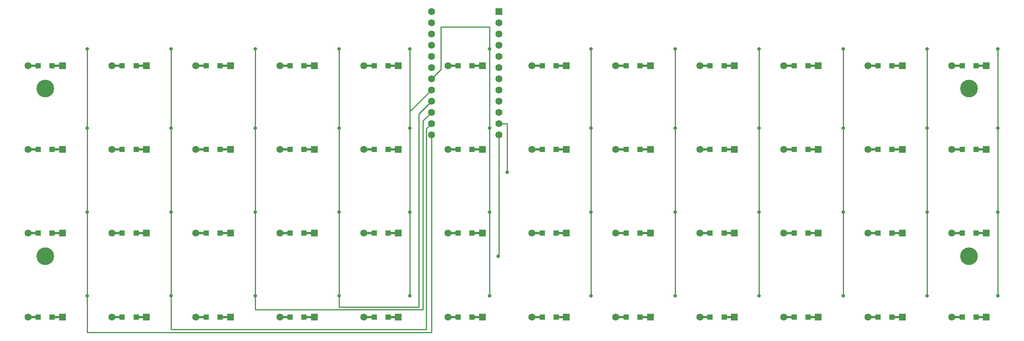
<source format=gbl>
%TF.GenerationSoftware,KiCad,Pcbnew,6.0.3-a3aad9c10e~116~ubuntu21.10.1*%
%TF.CreationDate,2022-04-17T15:15:34+01:00*%
%TF.ProjectId,PCB,5043422e-6b69-4636-9164-5f7063625858,rev?*%
%TF.SameCoordinates,Original*%
%TF.FileFunction,Copper,L2,Bot*%
%TF.FilePolarity,Positive*%
%FSLAX46Y46*%
G04 Gerber Fmt 4.6, Leading zero omitted, Abs format (unit mm)*
G04 Created by KiCad (PCBNEW 6.0.3-a3aad9c10e~116~ubuntu21.10.1) date 2022-04-17 15:15:34*
%MOMM*%
%LPD*%
G01*
G04 APERTURE LIST*
%TA.AperFunction,ComponentPad*%
%ADD10C,4.000000*%
%TD*%
%TA.AperFunction,ComponentPad*%
%ADD11R,1.600000X1.600000*%
%TD*%
%TA.AperFunction,ComponentPad*%
%ADD12C,1.600000*%
%TD*%
%TA.AperFunction,SMDPad,CuDef*%
%ADD13R,2.500000X0.500000*%
%TD*%
%TA.AperFunction,SMDPad,CuDef*%
%ADD14R,1.200000X1.200000*%
%TD*%
%TA.AperFunction,ViaPad*%
%ADD15C,0.800000*%
%TD*%
%TA.AperFunction,Conductor*%
%ADD16C,0.250000*%
%TD*%
G04 APERTURE END LIST*
D10*
%TO.P,HOLE_M3,1*%
%TO.N,N/C*%
X255020000Y-80440000D03*
%TD*%
%TO.P,HOLE_M3,1*%
%TO.N,N/C*%
X46020000Y-118440000D03*
%TD*%
%TO.P,HOLE_M3,1*%
%TO.N,N/C*%
X46020000Y-80440000D03*
%TD*%
%TO.P,HOLE_M3,1*%
%TO.N,N/C*%
X255020000Y-118440000D03*
%TD*%
D11*
%TO.P,Pro-Micro1,1,TX*%
%TO.N,unconnected-(Pro-Micro1-Pad1)*%
X148640000Y-62975000D03*
D12*
%TO.P,Pro-Micro1,2,RX*%
%TO.N,unconnected-(Pro-Micro1-Pad2)*%
X148640000Y-65515000D03*
%TO.P,Pro-Micro1,3,GND*%
%TO.N,unconnected-(Pro-Micro1-Pad3)*%
X148640000Y-68055000D03*
%TO.P,Pro-Micro1,4,GND*%
%TO.N,unconnected-(Pro-Micro1-Pad4)*%
X148640000Y-70595000D03*
%TO.P,Pro-Micro1,5,SDA*%
%TO.N,/col12*%
X148640000Y-73135000D03*
%TO.P,Pro-Micro1,6,SCL*%
%TO.N,/col11*%
X148640000Y-75675000D03*
%TO.P,Pro-Micro1,7,D4*%
%TO.N,/col10*%
X148640000Y-78215000D03*
%TO.P,Pro-Micro1,8,C6*%
%TO.N,/col9*%
X148640000Y-80755000D03*
%TO.P,Pro-Micro1,9,D7*%
%TO.N,/col8*%
X148640000Y-83295000D03*
%TO.P,Pro-Micro1,10,E6*%
%TO.N,/col7*%
X148640000Y-85835000D03*
%TO.P,Pro-Micro1,11,B4*%
%TO.N,/row3*%
X148640000Y-88375000D03*
%TO.P,Pro-Micro1,12,B5*%
%TO.N,/row4*%
X148640000Y-90915000D03*
%TO.P,Pro-Micro1,13,B6*%
%TO.N,/col1*%
X133400000Y-90915000D03*
%TO.P,Pro-Micro1,14,B2*%
%TO.N,/col2*%
X133400000Y-88375000D03*
%TO.P,Pro-Micro1,15,B3*%
%TO.N,/col3*%
X133400000Y-85835000D03*
%TO.P,Pro-Micro1,16,B1*%
%TO.N,/col4*%
X133400000Y-83295000D03*
%TO.P,Pro-Micro1,17,F7*%
%TO.N,/col5*%
X133400000Y-80755000D03*
%TO.P,Pro-Micro1,18,F6*%
%TO.N,/col6*%
X133400000Y-78215000D03*
%TO.P,Pro-Micro1,19,F5*%
%TO.N,/row2*%
X133400000Y-75675000D03*
%TO.P,Pro-Micro1,20,F4*%
%TO.N,/row1*%
X133400000Y-73135000D03*
%TO.P,Pro-Micro1,21,VCC*%
%TO.N,unconnected-(Pro-Micro1-Pad21)*%
X133400000Y-70595000D03*
%TO.P,Pro-Micro1,22,RST*%
%TO.N,unconnected-(Pro-Micro1-Pad22)*%
X133400000Y-68055000D03*
%TO.P,Pro-Micro1,23,GND*%
%TO.N,unconnected-(Pro-Micro1-Pad23)*%
X133400000Y-65515000D03*
%TO.P,Pro-Micro1,24,RAW*%
%TO.N,unconnected-(Pro-Micro1-Pad24)*%
X133400000Y-62975000D03*
%TD*%
D11*
%TO.P,D39,1*%
%TO.N,/row4*%
X87920000Y-132240000D03*
D13*
X86720000Y-132240000D03*
D14*
X85595000Y-132240000D03*
%TO.P,D39,2*%
%TO.N,Net-(D39-Pad2)*%
X82445000Y-132240000D03*
D12*
X80120000Y-132240000D03*
D13*
X81320000Y-132240000D03*
%TD*%
D14*
%TO.P,D26,1*%
%TO.N,/row3*%
X66595000Y-113240000D03*
D11*
X68920000Y-113240000D03*
D13*
X67720000Y-113240000D03*
D14*
%TO.P,D26,2*%
%TO.N,Net-(D26-Pad2)*%
X63445000Y-113240000D03*
D13*
X62320000Y-113240000D03*
D12*
X61120000Y-113240000D03*
%TD*%
D13*
%TO.P,D11,1*%
%TO.N,/row1*%
X238720000Y-75240000D03*
D11*
X239920000Y-75240000D03*
D14*
X237595000Y-75240000D03*
D12*
%TO.P,D11,2*%
%TO.N,Net-(D11-Pad2)*%
X232120000Y-75240000D03*
D14*
X234445000Y-75240000D03*
D13*
X233320000Y-75240000D03*
%TD*%
D11*
%TO.P,D18,1*%
%TO.N,/row2*%
X144920000Y-94240000D03*
D14*
X142595000Y-94240000D03*
D13*
X143720000Y-94240000D03*
%TO.P,D18,2*%
%TO.N,Net-(D18-Pad2)*%
X138320000Y-94240000D03*
D12*
X137120000Y-94240000D03*
D14*
X139445000Y-94240000D03*
%TD*%
%TO.P,D10,1*%
%TO.N,/row1*%
X218595000Y-75240000D03*
D11*
X220920000Y-75240000D03*
D13*
X219720000Y-75240000D03*
D14*
%TO.P,D10,2*%
%TO.N,Net-(D10-Pad2)*%
X215445000Y-75240000D03*
D13*
X214320000Y-75240000D03*
D12*
X213120000Y-75240000D03*
%TD*%
D14*
%TO.P,D23,1*%
%TO.N,/row2*%
X237595000Y-94240000D03*
D13*
X238720000Y-94240000D03*
D11*
X239920000Y-94240000D03*
D12*
%TO.P,D23,2*%
%TO.N,Net-(D23-Pad2)*%
X232120000Y-94240000D03*
D13*
X233320000Y-94240000D03*
D14*
X234445000Y-94240000D03*
%TD*%
%TO.P,D28,1*%
%TO.N,/row3*%
X104595000Y-113240000D03*
D13*
X105720000Y-113240000D03*
D11*
X106920000Y-113240000D03*
D12*
%TO.P,D28,2*%
%TO.N,Net-(D28-Pad2)*%
X99120000Y-113240000D03*
D13*
X100320000Y-113240000D03*
D14*
X101445000Y-113240000D03*
%TD*%
%TO.P,D7,1*%
%TO.N,/row1*%
X161595000Y-75240000D03*
D13*
X162720000Y-75240000D03*
D11*
X163920000Y-75240000D03*
D12*
%TO.P,D7,2*%
%TO.N,Net-(D7-Pad2)*%
X156120000Y-75240000D03*
D14*
X158445000Y-75240000D03*
D13*
X157320000Y-75240000D03*
%TD*%
D11*
%TO.P,D37,1*%
%TO.N,/row4*%
X49920000Y-132240000D03*
D13*
X48720000Y-132240000D03*
D14*
X47595000Y-132240000D03*
D13*
%TO.P,D37,2*%
%TO.N,Net-(D37-Pad2)*%
X43320000Y-132240000D03*
D14*
X44445000Y-132240000D03*
D12*
X42120000Y-132240000D03*
%TD*%
D14*
%TO.P,D1,1*%
%TO.N,/row1*%
X47595000Y-75240000D03*
D13*
X48720000Y-75240000D03*
D11*
X49920000Y-75240000D03*
D12*
%TO.P,D1,2*%
%TO.N,Net-(D1-Pad2)*%
X42120000Y-75240000D03*
D14*
X44445000Y-75240000D03*
D13*
X43320000Y-75240000D03*
%TD*%
%TO.P,D48,1*%
%TO.N,/row4*%
X257720000Y-132240000D03*
D11*
X258920000Y-132240000D03*
D14*
X256595000Y-132240000D03*
D12*
%TO.P,D48,2*%
%TO.N,Net-(D48-Pad2)*%
X251120000Y-132240000D03*
D13*
X252320000Y-132240000D03*
D14*
X253445000Y-132240000D03*
%TD*%
D13*
%TO.P,D47,1*%
%TO.N,/row4*%
X238720000Y-132240000D03*
D11*
X239920000Y-132240000D03*
D14*
X237595000Y-132240000D03*
D13*
%TO.P,D47,2*%
%TO.N,Net-(D47-Pad2)*%
X233320000Y-132240000D03*
D14*
X234445000Y-132240000D03*
D12*
X232120000Y-132240000D03*
%TD*%
D14*
%TO.P,D21,1*%
%TO.N,/row2*%
X199595000Y-94240000D03*
D11*
X201920000Y-94240000D03*
D13*
X200720000Y-94240000D03*
D12*
%TO.P,D21,2*%
%TO.N,Net-(D21-Pad2)*%
X194120000Y-94240000D03*
D13*
X195320000Y-94240000D03*
D14*
X196445000Y-94240000D03*
%TD*%
D11*
%TO.P,D6,1*%
%TO.N,/row1*%
X144920000Y-75240000D03*
D13*
X143720000Y-75240000D03*
D14*
X142595000Y-75240000D03*
%TO.P,D6,2*%
%TO.N,Net-(D6-Pad2)*%
X139445000Y-75240000D03*
D12*
X137120000Y-75240000D03*
D13*
X138320000Y-75240000D03*
%TD*%
D11*
%TO.P,D31,1*%
%TO.N,/row3*%
X163920000Y-113240000D03*
D13*
X162720000Y-113240000D03*
D14*
X161595000Y-113240000D03*
%TO.P,D31,2*%
%TO.N,Net-(D31-Pad2)*%
X158445000Y-113240000D03*
D12*
X156120000Y-113240000D03*
D13*
X157320000Y-113240000D03*
%TD*%
D11*
%TO.P,D4,1*%
%TO.N,/row1*%
X106920000Y-75240000D03*
D14*
X104595000Y-75240000D03*
D13*
X105720000Y-75240000D03*
%TO.P,D4,2*%
%TO.N,Net-(D4-Pad2)*%
X100320000Y-75240000D03*
D14*
X101445000Y-75240000D03*
D12*
X99120000Y-75240000D03*
%TD*%
D13*
%TO.P,D36,1*%
%TO.N,/row3*%
X257720000Y-113240000D03*
D11*
X258920000Y-113240000D03*
D14*
X256595000Y-113240000D03*
D13*
%TO.P,D36,2*%
%TO.N,Net-(D36-Pad2)*%
X252320000Y-113240000D03*
D12*
X251120000Y-113240000D03*
D14*
X253445000Y-113240000D03*
%TD*%
D11*
%TO.P,D14,1*%
%TO.N,/row2*%
X68920000Y-94240000D03*
D13*
X67720000Y-94240000D03*
D14*
X66595000Y-94240000D03*
%TO.P,D14,2*%
%TO.N,Net-(D14-Pad2)*%
X63445000Y-94240000D03*
D13*
X62320000Y-94240000D03*
D12*
X61120000Y-94240000D03*
%TD*%
D13*
%TO.P,D29,1*%
%TO.N,/row3*%
X124720000Y-113240000D03*
D11*
X125920000Y-113240000D03*
D14*
X123595000Y-113240000D03*
D13*
%TO.P,D29,2*%
%TO.N,Net-(D29-Pad2)*%
X119320000Y-113240000D03*
D12*
X118120000Y-113240000D03*
D14*
X120445000Y-113240000D03*
%TD*%
D11*
%TO.P,D42,1*%
%TO.N,/row4*%
X144920000Y-132240000D03*
D13*
X143720000Y-132240000D03*
D14*
X142595000Y-132240000D03*
D12*
%TO.P,D42,2*%
%TO.N,Net-(D42-Pad2)*%
X137120000Y-132240000D03*
D13*
X138320000Y-132240000D03*
D14*
X139445000Y-132240000D03*
%TD*%
%TO.P,D41,1*%
%TO.N,/row4*%
X123595000Y-132240000D03*
D11*
X125920000Y-132240000D03*
D13*
X124720000Y-132240000D03*
%TO.P,D41,2*%
%TO.N,Net-(D41-Pad2)*%
X119320000Y-132240000D03*
D12*
X118120000Y-132240000D03*
D14*
X120445000Y-132240000D03*
%TD*%
D11*
%TO.P,D40,1*%
%TO.N,/row4*%
X106920000Y-132240000D03*
D14*
X104595000Y-132240000D03*
D13*
X105720000Y-132240000D03*
D14*
%TO.P,D40,2*%
%TO.N,Net-(D40-Pad2)*%
X101445000Y-132240000D03*
D12*
X99120000Y-132240000D03*
D13*
X100320000Y-132240000D03*
%TD*%
D14*
%TO.P,D8,1*%
%TO.N,/row1*%
X180595000Y-75240000D03*
D11*
X182920000Y-75240000D03*
D13*
X181720000Y-75240000D03*
%TO.P,D8,2*%
%TO.N,Net-(D8-Pad2)*%
X176320000Y-75240000D03*
D14*
X177445000Y-75240000D03*
D12*
X175120000Y-75240000D03*
%TD*%
D14*
%TO.P,D17,1*%
%TO.N,/row2*%
X123595000Y-94240000D03*
D13*
X124720000Y-94240000D03*
D11*
X125920000Y-94240000D03*
D13*
%TO.P,D17,2*%
%TO.N,Net-(D17-Pad2)*%
X119320000Y-94240000D03*
D12*
X118120000Y-94240000D03*
D14*
X120445000Y-94240000D03*
%TD*%
D11*
%TO.P,D2,1*%
%TO.N,/row1*%
X68920000Y-75240000D03*
D14*
X66595000Y-75240000D03*
D13*
X67720000Y-75240000D03*
%TO.P,D2,2*%
%TO.N,Net-(D2-Pad2)*%
X62320000Y-75240000D03*
D14*
X63445000Y-75240000D03*
D12*
X61120000Y-75240000D03*
%TD*%
D13*
%TO.P,D24,1*%
%TO.N,/row2*%
X257720000Y-94240000D03*
D14*
X256595000Y-94240000D03*
D11*
X258920000Y-94240000D03*
D13*
%TO.P,D24,2*%
%TO.N,Net-(D24-Pad2)*%
X252320000Y-94240000D03*
D14*
X253445000Y-94240000D03*
D12*
X251120000Y-94240000D03*
%TD*%
D11*
%TO.P,D9,1*%
%TO.N,/row1*%
X201920000Y-75240000D03*
D13*
X200720000Y-75240000D03*
D14*
X199595000Y-75240000D03*
D12*
%TO.P,D9,2*%
%TO.N,Net-(D9-Pad2)*%
X194120000Y-75240000D03*
D13*
X195320000Y-75240000D03*
D14*
X196445000Y-75240000D03*
%TD*%
D11*
%TO.P,D12,1*%
%TO.N,/row1*%
X258920000Y-75240000D03*
D13*
X257720000Y-75240000D03*
D14*
X256595000Y-75240000D03*
D13*
%TO.P,D12,2*%
%TO.N,Net-(D12-Pad2)*%
X252320000Y-75240000D03*
D14*
X253445000Y-75240000D03*
D12*
X251120000Y-75240000D03*
%TD*%
D14*
%TO.P,D13,1*%
%TO.N,/row2*%
X47595000Y-94240000D03*
D13*
X48720000Y-94240000D03*
D11*
X49920000Y-94240000D03*
D13*
%TO.P,D13,2*%
%TO.N,Net-(D13-Pad2)*%
X43320000Y-94240000D03*
D12*
X42120000Y-94240000D03*
D14*
X44445000Y-94240000D03*
%TD*%
D13*
%TO.P,D5,1*%
%TO.N,/row1*%
X124720000Y-75240000D03*
D14*
X123595000Y-75240000D03*
D11*
X125920000Y-75240000D03*
D12*
%TO.P,D5,2*%
%TO.N,Net-(D5-Pad2)*%
X118120000Y-75240000D03*
D13*
X119320000Y-75240000D03*
D14*
X120445000Y-75240000D03*
%TD*%
%TO.P,D33,1*%
%TO.N,/row3*%
X199595000Y-113240000D03*
D11*
X201920000Y-113240000D03*
D13*
X200720000Y-113240000D03*
D14*
%TO.P,D33,2*%
%TO.N,Net-(D33-Pad2)*%
X196445000Y-113240000D03*
D12*
X194120000Y-113240000D03*
D13*
X195320000Y-113240000D03*
%TD*%
D14*
%TO.P,D30,1*%
%TO.N,/row3*%
X142595000Y-113240000D03*
D11*
X144920000Y-113240000D03*
D13*
X143720000Y-113240000D03*
D14*
%TO.P,D30,2*%
%TO.N,Net-(D30-Pad2)*%
X139445000Y-113240000D03*
D13*
X138320000Y-113240000D03*
D12*
X137120000Y-113240000D03*
%TD*%
D11*
%TO.P,D27,1*%
%TO.N,/row3*%
X87920000Y-113240000D03*
D13*
X86720000Y-113240000D03*
D14*
X85595000Y-113240000D03*
D13*
%TO.P,D27,2*%
%TO.N,Net-(D27-Pad2)*%
X81320000Y-113240000D03*
D14*
X82445000Y-113240000D03*
D12*
X80120000Y-113240000D03*
%TD*%
D14*
%TO.P,D25,1*%
%TO.N,/row3*%
X47595000Y-113240000D03*
D11*
X49920000Y-113240000D03*
D13*
X48720000Y-113240000D03*
D12*
%TO.P,D25,2*%
%TO.N,Net-(D25-Pad2)*%
X42120000Y-113240000D03*
D13*
X43320000Y-113240000D03*
D14*
X44445000Y-113240000D03*
%TD*%
%TO.P,D45,1*%
%TO.N,/row4*%
X199595000Y-132240000D03*
D11*
X201920000Y-132240000D03*
D13*
X200720000Y-132240000D03*
%TO.P,D45,2*%
%TO.N,Net-(D45-Pad2)*%
X195320000Y-132240000D03*
D12*
X194120000Y-132240000D03*
D14*
X196445000Y-132240000D03*
%TD*%
D11*
%TO.P,D20,1*%
%TO.N,/row2*%
X182920000Y-94240000D03*
D14*
X180595000Y-94240000D03*
D13*
X181720000Y-94240000D03*
%TO.P,D20,2*%
%TO.N,Net-(D20-Pad2)*%
X176320000Y-94240000D03*
D14*
X177445000Y-94240000D03*
D12*
X175120000Y-94240000D03*
%TD*%
D13*
%TO.P,D38,1*%
%TO.N,/row4*%
X67720000Y-132240000D03*
D14*
X66595000Y-132240000D03*
D11*
X68920000Y-132240000D03*
D13*
%TO.P,D38,2*%
%TO.N,Net-(D38-Pad2)*%
X62320000Y-132240000D03*
D12*
X61120000Y-132240000D03*
D14*
X63445000Y-132240000D03*
%TD*%
D13*
%TO.P,D43,1*%
%TO.N,/row4*%
X162720000Y-132240000D03*
D11*
X163920000Y-132240000D03*
D14*
X161595000Y-132240000D03*
D13*
%TO.P,D43,2*%
%TO.N,Net-(D43-Pad2)*%
X157320000Y-132240000D03*
D14*
X158445000Y-132240000D03*
D12*
X156120000Y-132240000D03*
%TD*%
D11*
%TO.P,D44,1*%
%TO.N,/row4*%
X182920000Y-132240000D03*
D14*
X180595000Y-132240000D03*
D13*
X181720000Y-132240000D03*
D12*
%TO.P,D44,2*%
%TO.N,Net-(D44-Pad2)*%
X175120000Y-132240000D03*
D13*
X176320000Y-132240000D03*
D14*
X177445000Y-132240000D03*
%TD*%
D11*
%TO.P,D32,1*%
%TO.N,/row3*%
X182920000Y-113240000D03*
D13*
X181720000Y-113240000D03*
D14*
X180595000Y-113240000D03*
%TO.P,D32,2*%
%TO.N,Net-(D32-Pad2)*%
X177445000Y-113240000D03*
D12*
X175120000Y-113240000D03*
D13*
X176320000Y-113240000D03*
%TD*%
D11*
%TO.P,D22,1*%
%TO.N,/row2*%
X220920000Y-94240000D03*
D13*
X219720000Y-94240000D03*
D14*
X218595000Y-94240000D03*
%TO.P,D22,2*%
%TO.N,Net-(D22-Pad2)*%
X215445000Y-94240000D03*
D12*
X213120000Y-94240000D03*
D13*
X214320000Y-94240000D03*
%TD*%
D11*
%TO.P,D3,1*%
%TO.N,/row1*%
X87920000Y-75240000D03*
D13*
X86720000Y-75240000D03*
D14*
X85595000Y-75240000D03*
D12*
%TO.P,D3,2*%
%TO.N,Net-(D3-Pad2)*%
X80120000Y-75240000D03*
D13*
X81320000Y-75240000D03*
D14*
X82445000Y-75240000D03*
%TD*%
%TO.P,D15,1*%
%TO.N,/row2*%
X85595000Y-94240000D03*
D11*
X87920000Y-94240000D03*
D13*
X86720000Y-94240000D03*
D14*
%TO.P,D15,2*%
%TO.N,Net-(D15-Pad2)*%
X82445000Y-94240000D03*
D12*
X80120000Y-94240000D03*
D13*
X81320000Y-94240000D03*
%TD*%
%TO.P,D46,1*%
%TO.N,/row4*%
X219720000Y-132240000D03*
D11*
X220920000Y-132240000D03*
D14*
X218595000Y-132240000D03*
%TO.P,D46,2*%
%TO.N,Net-(D46-Pad2)*%
X215445000Y-132240000D03*
D12*
X213120000Y-132240000D03*
D13*
X214320000Y-132240000D03*
%TD*%
%TO.P,D16,1*%
%TO.N,/row2*%
X105720000Y-94240000D03*
D11*
X106920000Y-94240000D03*
D14*
X104595000Y-94240000D03*
%TO.P,D16,2*%
%TO.N,Net-(D16-Pad2)*%
X101445000Y-94240000D03*
D13*
X100320000Y-94240000D03*
D12*
X99120000Y-94240000D03*
%TD*%
D13*
%TO.P,D35,1*%
%TO.N,/row3*%
X238720000Y-113240000D03*
D14*
X237595000Y-113240000D03*
D11*
X239920000Y-113240000D03*
D13*
%TO.P,D35,2*%
%TO.N,Net-(D35-Pad2)*%
X233320000Y-113240000D03*
D14*
X234445000Y-113240000D03*
D12*
X232120000Y-113240000D03*
%TD*%
D11*
%TO.P,D34,1*%
%TO.N,/row3*%
X220920000Y-113240000D03*
D14*
X218595000Y-113240000D03*
D13*
X219720000Y-113240000D03*
D12*
%TO.P,D34,2*%
%TO.N,Net-(D34-Pad2)*%
X213120000Y-113240000D03*
D13*
X214320000Y-113240000D03*
D14*
X215445000Y-113240000D03*
%TD*%
%TO.P,D19,1*%
%TO.N,/row2*%
X161595000Y-94240000D03*
D13*
X162720000Y-94240000D03*
D11*
X163920000Y-94240000D03*
D13*
%TO.P,D19,2*%
%TO.N,Net-(D19-Pad2)*%
X157320000Y-94240000D03*
D14*
X158445000Y-94240000D03*
D12*
X156120000Y-94240000D03*
%TD*%
D15*
%TO.N,/col1*%
X55520000Y-108440000D03*
X55520000Y-89440000D03*
X55520000Y-71440000D03*
X55520000Y-127440000D03*
%TO.N,/col2*%
X74520000Y-108440000D03*
X74520000Y-127440000D03*
X74520000Y-71440000D03*
X74520000Y-89440000D03*
%TO.N,/col3*%
X93520000Y-89440000D03*
X93520000Y-127440000D03*
X93520000Y-108440000D03*
X93520000Y-71440000D03*
%TO.N,/col4*%
X112520000Y-89440000D03*
X112520000Y-108440000D03*
X112520000Y-71440000D03*
X112520000Y-127440000D03*
%TO.N,/col5*%
X128520000Y-71440000D03*
X128520000Y-89440000D03*
X128520000Y-108440000D03*
X128520000Y-127440000D03*
%TO.N,/col6*%
X146520000Y-71440000D03*
X146520000Y-89440000D03*
X146520000Y-108440000D03*
X146520000Y-127440000D03*
%TO.N,/col7*%
X169520000Y-108440000D03*
X169520000Y-71440000D03*
X169520000Y-127440000D03*
X169520000Y-89440000D03*
%TO.N,/col8*%
X188520000Y-108440000D03*
X188520000Y-127440000D03*
X188520000Y-89440000D03*
X188520000Y-71440000D03*
%TO.N,/row4*%
X148520000Y-118440000D03*
%TO.N,/row3*%
X150520000Y-99440000D03*
%TO.N,/col12*%
X261520000Y-89440000D03*
X261520000Y-127440000D03*
X261520000Y-108440000D03*
X261520000Y-71440000D03*
%TO.N,/col11*%
X245520000Y-71440000D03*
X245520000Y-89440000D03*
X245520000Y-127440000D03*
X245520000Y-108440000D03*
%TO.N,/col10*%
X226520000Y-108440000D03*
X226520000Y-71440000D03*
X226520000Y-89440000D03*
X226520000Y-127440000D03*
%TO.N,/col9*%
X207520000Y-89440000D03*
X207520000Y-108440000D03*
X207520000Y-127440000D03*
X207520000Y-71440000D03*
%TD*%
D16*
%TO.N,/col2*%
X74520000Y-127440000D02*
X74520000Y-135030000D01*
X74520000Y-135030000D02*
X132275489Y-135030000D01*
X132275489Y-135030000D02*
X132275489Y-89499511D01*
X132275489Y-89499511D02*
X133400000Y-88375000D01*
%TO.N,/col1*%
X55520000Y-127440000D02*
X55520000Y-135710000D01*
X55520000Y-135710000D02*
X133400000Y-135710000D01*
X133400000Y-135710000D02*
X133400000Y-90915000D01*
%TO.N,/col3*%
X93520000Y-127440000D02*
X93520000Y-130590000D01*
X93520000Y-130590000D02*
X131520000Y-130590000D01*
X131520000Y-130590000D02*
X131520000Y-87715000D01*
X131520000Y-87715000D02*
X133400000Y-85835000D01*
%TO.N,/col4*%
X112520000Y-127440000D02*
X112520000Y-129950000D01*
X112520000Y-129950000D02*
X130520000Y-129950000D01*
X130520000Y-86175000D02*
X133400000Y-83295000D01*
X130520000Y-129950000D02*
X130520000Y-86175000D01*
%TO.N,/col1*%
X55520000Y-108440000D02*
X55520000Y-124440000D01*
X55520000Y-124440000D02*
X55520000Y-127440000D01*
X55520000Y-89440000D02*
X55520000Y-108440000D01*
X55520000Y-71440000D02*
X55520000Y-89440000D01*
%TO.N,/col2*%
X74520000Y-108440000D02*
X74520000Y-124440000D01*
X74520000Y-89440000D02*
X74520000Y-108440000D01*
X74520000Y-71440000D02*
X74520000Y-89440000D01*
X74520000Y-124440000D02*
X74520000Y-127440000D01*
%TO.N,/col3*%
X93520000Y-108440000D02*
X93520000Y-127440000D01*
X93520000Y-71440000D02*
X93520000Y-89440000D01*
X93520000Y-89440000D02*
X93520000Y-108440000D01*
%TO.N,/col4*%
X112520000Y-89440000D02*
X112520000Y-108440000D01*
X112520000Y-71440000D02*
X112520000Y-89440000D01*
X112520000Y-124440000D02*
X112520000Y-127440000D01*
X112520000Y-108440000D02*
X112520000Y-124440000D01*
%TO.N,/col5*%
X128520000Y-71440000D02*
X128520000Y-86440000D01*
X133400000Y-80755000D02*
X128520000Y-85635000D01*
X128520000Y-89440000D02*
X128520000Y-108440000D01*
X128520000Y-86440000D02*
X128520000Y-89440000D01*
X128520000Y-108440000D02*
X128520000Y-124440000D01*
X128520000Y-124440000D02*
X128520000Y-127440000D01*
X128520000Y-85635000D02*
X128520000Y-86440000D01*
%TO.N,/col6*%
X135520000Y-76095000D02*
X133400000Y-78215000D01*
X146520000Y-108440000D02*
X146520000Y-127440000D01*
X135520000Y-66440000D02*
X135520000Y-76095000D01*
X146520000Y-66440000D02*
X135520000Y-66440000D01*
X146520000Y-71440000D02*
X146520000Y-66440000D01*
X146520000Y-71440000D02*
X146520000Y-89440000D01*
X146520000Y-89440000D02*
X146520000Y-108440000D01*
%TO.N,/col7*%
X169520000Y-71440000D02*
X169520000Y-89440000D01*
X169520000Y-89440000D02*
X169520000Y-108440000D01*
X169520000Y-108440000D02*
X169520000Y-127440000D01*
%TO.N,/col8*%
X188520000Y-89440000D02*
X188520000Y-108440000D01*
X188520000Y-108440000D02*
X188520000Y-127440000D01*
X188520000Y-71440000D02*
X188520000Y-89440000D01*
%TO.N,/row4*%
X148520000Y-118440000D02*
X148640000Y-118320000D01*
X148640000Y-118320000D02*
X148640000Y-90915000D01*
%TO.N,/row3*%
X150520000Y-88440000D02*
X150455000Y-88375000D01*
X150520000Y-99440000D02*
X150520000Y-88440000D01*
X150455000Y-88375000D02*
X148640000Y-88375000D01*
%TO.N,/col12*%
X261520000Y-89440000D02*
X261520000Y-108440000D01*
X261520000Y-71440000D02*
X261520000Y-89440000D01*
X261520000Y-108440000D02*
X261520000Y-127440000D01*
%TO.N,/col11*%
X245520000Y-71440000D02*
X245520000Y-89440000D01*
X245520000Y-108440000D02*
X245520000Y-127440000D01*
X245520000Y-89440000D02*
X245520000Y-108440000D01*
%TO.N,/col10*%
X226520000Y-71440000D02*
X226520000Y-89440000D01*
X226520000Y-108440000D02*
X226520000Y-127440000D01*
X226520000Y-89440000D02*
X226520000Y-108440000D01*
%TO.N,/col9*%
X207520000Y-108440000D02*
X207520000Y-127440000D01*
X207520000Y-71440000D02*
X207520000Y-89440000D01*
X207520000Y-89440000D02*
X207520000Y-108440000D01*
%TD*%
M02*

</source>
